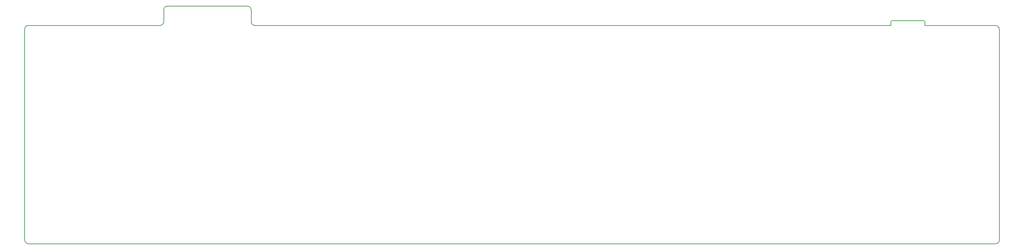
<source format=gm1>
G04 #@! TF.GenerationSoftware,KiCad,Pcbnew,(5.1.5)-3*
G04 #@! TF.CreationDate,2020-01-08T01:13:46+02:00*
G04 #@! TF.ProjectId,PRKL30,50524b4c-3330-42e6-9b69-6361645f7063,rev?*
G04 #@! TF.SameCoordinates,Original*
G04 #@! TF.FileFunction,Profile,NP*
%FSLAX46Y46*%
G04 Gerber Fmt 4.6, Leading zero omitted, Abs format (unit mm)*
G04 Created by KiCad (PCBNEW (5.1.5)-3) date 2020-01-08 01:13:46*
%MOMM*%
%LPD*%
G04 APERTURE LIST*
%ADD10C,0.150000*%
G04 APERTURE END LIST*
D10*
X88740000Y-56150000D02*
G75*
G02X87740000Y-57150000I-1000000J0D01*
G01*
X52380000Y-58140000D02*
G75*
G02X53380000Y-57140000I1000000J0D01*
G01*
X279050000Y-55890000D02*
X287550000Y-55890000D01*
X287750000Y-57150000D02*
X287750000Y-56090000D01*
X278850000Y-57150000D02*
X278850250Y-56099988D01*
X278850250Y-56099988D02*
G75*
G02X279050000Y-55890000I199750J9988D01*
G01*
X287550000Y-55890000D02*
G75*
G02X287750000Y-56090000I0J-200000D01*
G01*
X306230000Y-114300000D02*
X53370000Y-114299950D01*
X52380000Y-113300000D02*
X52380000Y-58140000D01*
X53380000Y-57140000D02*
X87740000Y-57150000D01*
X88740000Y-56150000D02*
X88740000Y-53070000D01*
X111590000Y-56150000D02*
X111590000Y-53075000D01*
X89740000Y-52070000D02*
X110590000Y-52079988D01*
X112590000Y-57150000D02*
X278850000Y-57150000D01*
X287750000Y-57150000D02*
X306200000Y-57150000D01*
X307200000Y-58150000D02*
X307230000Y-113300000D01*
X307230000Y-113300000D02*
G75*
G02X306230000Y-114300000I-1000000J0D01*
G01*
X53370000Y-114299950D02*
G75*
G02X52380000Y-113300000I10000J999950D01*
G01*
X112590000Y-57150000D02*
G75*
G02X111590000Y-56150000I0J1000000D01*
G01*
X110590000Y-52079988D02*
G75*
G02X111590000Y-53075000I0J-1000012D01*
G01*
X88740000Y-53070000D02*
G75*
G02X89740000Y-52070000I1000000J0D01*
G01*
X306200000Y-57150000D02*
G75*
G02X307200000Y-58150000I0J-1000000D01*
G01*
M02*

</source>
